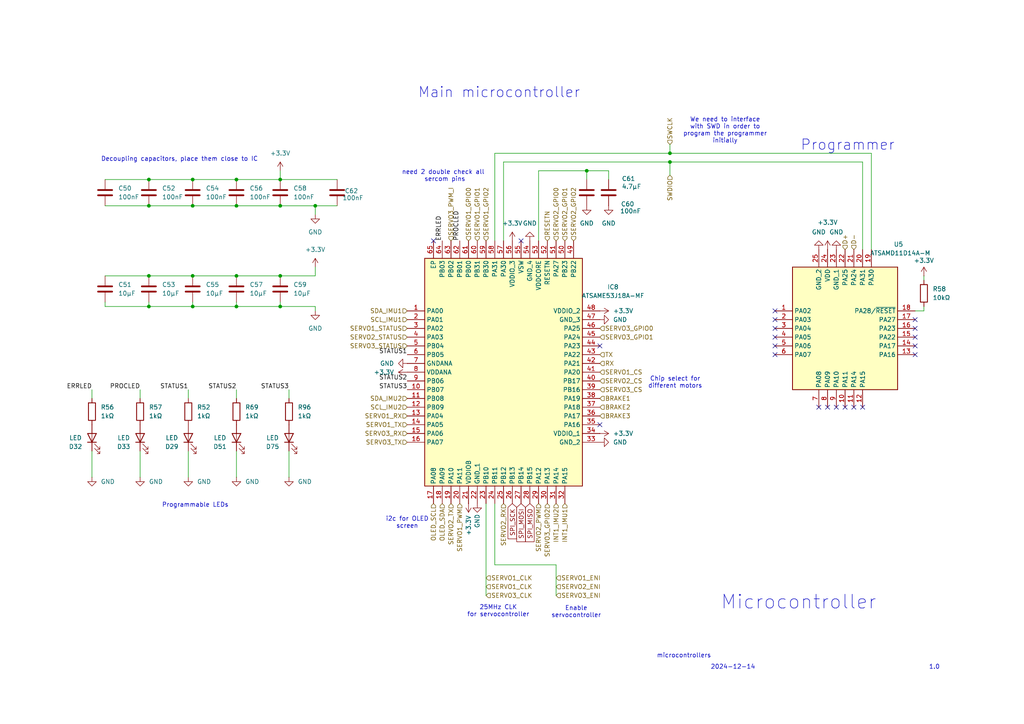
<source format=kicad_sch>
(kicad_sch (version 20231120) (generator "eeschema") (generator_version "8.0")
  (paper "A4")
  (lib_symbols
    (symbol "ATSAMD11D14A-MNT:ATSAMD11D14A-MNT"
      (property "Reference" "IC" (at 36.83 17.78 0))
      (property "Value" "ATSAMD11D14A-MNT" (at 36.83 15.24 0))
      (symbol "ATSAMD11D14A-MNT_1_1"
        (rectangle (start 5.08 12.7) (end 35.56 -22.86) (stroke (width 0.254)) (fill (type background)))
        (pin bidirectional line (at 0 0 0) (length 5.08) (name "PA02") (number "1"))
        (pin bidirectional line (at 20.32 -27.94 90) (length 5.08) (name "PA11") (number "10"))
        (pin bidirectional line (at 22.86 -27.94 90) (length 5.08) (name "PA14") (number "11"))
        (pin bidirectional line (at 25.4 -27.94 90) (length 5.08) (name "PA15") (number "12"))
        (pin bidirectional line (at 40.64 -12.7 180) (length 5.08) (name "PA16") (number "13"))
        (pin bidirectional line (at 40.64 -10.16 180) (length 5.08) (name "PA17") (number "14"))
        (pin bidirectional line (at 40.64 -7.62 180) (length 5.08) (name "PA22") (number "15"))
        (pin bidirectional line (at 40.64 -5.08 180) (length 5.08) (name "PA23") (number "16"))
        (pin bidirectional line (at 40.64 -2.54 180) (length 5.08) (name "PA27") (number "17"))
        (pin bidirectional line (at 40.64 0 180) (length 5.08) (name "PA28/~{RESET}") (number "18"))
        (pin bidirectional line (at 27.94 17.78 270) (length 5.08) (name "PA30") (number "19"))
        (pin bidirectional line (at 0 -2.54 0) (length 5.08) (name "PA03") (number "2"))
        (pin bidirectional line (at 25.4 17.78 270) (length 5.08) (name "PA31") (number "20"))
        (pin bidirectional line (at 22.86 17.78 270) (length 5.08) (name "PA24") (number "21"))
        (pin bidirectional line (at 20.32 17.78 270) (length 5.08) (name "PA25") (number "22"))
        (pin power_in line (at 17.78 17.78 270) (length 5.08) (name "GND_1") (number "23"))
        (pin bidirectional line (at 15.24 17.78 270) (length 5.08) (name "VDD") (number "24"))
        (pin power_in line (at 12.7 17.78 270) (length 5.08) (name "GND_2") (number "25"))
        (pin bidirectional line (at 0 -5.08 0) (length 5.08) (name "PA04") (number "3"))
        (pin bidirectional line (at 0 -7.62 0) (length 5.08) (name "PA05") (number "4"))
        (pin bidirectional line (at 0 -10.16 0) (length 5.08) (name "PA06") (number "5"))
        (pin bidirectional line (at 0 -12.7 0) (length 5.08) (name "PA07") (number "6"))
        (pin bidirectional line (at 12.7 -27.94 90) (length 5.08) (name "PA08") (number "7"))
        (pin bidirectional line (at 15.24 -27.94 90) (length 5.08) (name "PA09") (number "8"))
        (pin bidirectional line (at 17.78 -27.94 90) (length 5.08) (name "PA10") (number "9"))
      )
    )
    (symbol "ATSAME53J18A-MF:ATSAME53J18A-MF"
      (property "Reference" "IC" (at 52.07 20.32 0))
      (property "Value" "ATSAME53J18A-MF" (at 52.07 17.78 0))
      (symbol "ATSAME53J18A-MF_1_1"
        (rectangle (start 5.08 15.24) (end 50.8 -50.8) (stroke (width 0.254)) (fill (type background)))
        (pin passive line (at 0 0 0) (length 5.08) (name "PA00") (number "1"))
        (pin passive line (at 0 -22.86 0) (length 5.08) (name "PB07") (number "10"))
        (pin passive line (at 0 -25.4 0) (length 5.08) (name "PB08") (number "11"))
        (pin passive line (at 0 -27.94 0) (length 5.08) (name "PB09") (number "12"))
        (pin passive line (at 0 -30.48 0) (length 5.08) (name "PA04") (number "13"))
        (pin passive line (at 0 -33.02 0) (length 5.08) (name "PA05") (number "14"))
        (pin passive line (at 0 -35.56 0) (length 5.08) (name "PA06") (number "15"))
        (pin passive line (at 0 -38.1 0) (length 5.08) (name "PA07") (number "16"))
        (pin passive line (at 7.62 -55.88 90) (length 5.08) (name "PA08") (number "17"))
        (pin passive line (at 10.16 -55.88 90) (length 5.08) (name "PA09") (number "18"))
        (pin passive line (at 12.7 -55.88 90) (length 5.08) (name "PA10") (number "19"))
        (pin passive line (at 0 -2.54 0) (length 5.08) (name "PA01") (number "2"))
        (pin passive line (at 15.24 -55.88 90) (length 5.08) (name "PA11") (number "20"))
        (pin passive line (at 17.78 -55.88 90) (length 5.08) (name "VDDIOB") (number "21"))
        (pin passive line (at 20.32 -55.88 90) (length 5.08) (name "GND_1") (number "22"))
        (pin passive line (at 22.86 -55.88 90) (length 5.08) (name "PB10") (number "23"))
        (pin passive line (at 25.4 -55.88 90) (length 5.08) (name "PB11") (number "24"))
        (pin passive line (at 27.94 -55.88 90) (length 5.08) (name "PB12") (number "25"))
        (pin passive line (at 30.48 -55.88 90) (length 5.08) (name "PB13") (number "26"))
        (pin passive line (at 33.02 -55.88 90) (length 5.08) (name "PB14") (number "27"))
        (pin passive line (at 35.56 -55.88 90) (length 5.08) (name "PB15") (number "28"))
        (pin passive line (at 38.1 -55.88 90) (length 5.08) (name "PA12") (number "29"))
        (pin passive line (at 0 -5.08 0) (length 5.08) (name "PA02") (number "3"))
        (pin passive line (at 40.64 -55.88 90) (length 5.08) (name "PA13") (number "30"))
        (pin passive line (at 43.18 -55.88 90) (length 5.08) (name "PA14") (number "31"))
        (pin passive line (at 45.72 -55.88 90) (length 5.08) (name "PA15") (number "32"))
        (pin passive line (at 55.88 -38.1 180) (length 5.08) (name "GND_2") (number "33"))
        (pin passive line (at 55.88 -35.56 180) (length 5.08) (name "VDDIO_1") (number "34"))
        (pin passive line (at 55.88 -33.02 180) (length 5.08) (name "PA16") (number "35"))
        (pin passive line (at 55.88 -30.48 180) (length 5.08) (name "PA17") (number "36"))
        (pin passive line (at 55.88 -27.94 180) (length 5.08) (name "PA18") (number "37"))
        (pin passive line (at 55.88 -25.4 180) (length 5.08) (name "PA19") (number "38"))
        (pin passive line (at 55.88 -22.86 180) (length 5.08) (name "PB16") (number "39"))
        (pin passive line (at 0 -7.62 0) (length 5.08) (name "PA03") (number "4"))
        (pin passive line (at 55.88 -20.32 180) (length 5.08) (name "PB17") (number "40"))
        (pin passive line (at 55.88 -17.78 180) (length 5.08) (name "PA20") (number "41"))
        (pin passive line (at 55.88 -15.24 180) (length 5.08) (name "PA21") (number "42"))
        (pin passive line (at 55.88 -12.7 180) (length 5.08) (name "PA22") (number "43"))
        (pin passive line (at 55.88 -10.16 180) (length 5.08) (name "PA23") (number "44"))
        (pin passive line (at 55.88 -7.62 180) (length 5.08) (name "PA24") (number "45"))
        (pin passive line (at 55.88 -5.08 180) (length 5.08) (name "PA25") (number "46"))
        (pin passive line (at 55.88 -2.54 180) (length 5.08) (name "GND_3") (number "47"))
        (pin passive line (at 55.88 0 180) (length 5.08) (name "VDDIO_2") (number "48"))
        (pin passive line (at 48.26 20.32 270) (length 5.08) (name "PB22") (number "49"))
        (pin passive line (at 0 -10.16 0) (length 5.08) (name "PB04") (number "5"))
        (pin passive line (at 45.72 20.32 270) (length 5.08) (name "PB23") (number "50"))
        (pin passive line (at 43.18 20.32 270) (length 5.08) (name "PA27") (number "51"))
        (pin passive line (at 40.64 20.32 270) (length 5.08) (name "RESETN") (number "52"))
        (pin passive line (at 38.1 20.32 270) (length 5.08) (name "VDDCORE") (number "53"))
        (pin passive line (at 35.56 20.32 270) (length 5.08) (name "GND_4") (number "54"))
        (pin passive line (at 33.02 20.32 270) (length 5.08) (name "VSW") (number "55"))
        (pin passive line (at 30.48 20.32 270) (length 5.08) (name "VDDIO_3") (number "56"))
        (pin passive line (at 27.94 20.32 270) (length 5.08) (name "PA30") (number "57"))
        (pin passive line (at 25.4 20.32 270) (length 5.08) (name "PA31") (number "58"))
        (pin passive line (at 22.86 20.32 270) (length 5.08) (name "PB30") (number "59"))
        (pin passive line (at 0 -12.7 0) (length 5.08) (name "PB05") (number "6"))
        (pin passive line (at 20.32 20.32 270) (length 5.08) (name "PB31") (number "60"))
        (pin passive line (at 17.78 20.32 270) (length 5.08) (name "PB00") (number "61"))
        (pin passive line (at 15.24 20.32 270) (length 5.08) (name "PB01") (number "62"))
        (pin passive line (at 12.7 20.32 270) (length 5.08) (name "PB02") (number "63"))
        (pin passive line (at 10.16 20.32 270) (length 5.08) (name "PB03") (number "64"))
        (pin passive line (at 7.62 20.32 270) (length 5.08) (name "EP") (number "65"))
        (pin passive line (at 0 -15.24 0) (length 5.08) (name "GNDANA") (number "7"))
        (pin passive line (at 0 -17.78 0) (length 5.08) (name "VDDANA") (number "8"))
        (pin passive line (at 0 -20.32 0) (length 5.08) (name "PB06") (number "9"))
      )
    )
    (symbol "Device:C" (pin_numbers hide) (pin_names (offset 0.254))
      (property "Reference" "C" (at 0.635 2.54 0))
      (property "Value" "C" (at 0.635 -2.54 0))
      (symbol "C_0_1"
        (polyline (pts (xy -2.032 -0.762) (xy 2.032 -0.762)) (stroke (width 0.508)))
        (polyline (pts (xy -2.032 0.762) (xy 2.032 0.762)) (stroke (width 0.508)))
      )
      (symbol "C_1_1"
        (pin passive line (at 0 3.81 270) (length 2.794) (name "~") (number "1"))
        (pin passive line (at 0 -3.81 90) (length 2.794) (name "~") (number "2"))
      )
    )
    (symbol "Device:LED" (pin_numbers hide) (pin_names (offset 1.016) hide)
      (property "Reference" "D" (at 0 2.54 0))
      (property "Value" "LED" (at 0 -2.54 0))
      (symbol "LED_0_1"
        (polyline (pts (xy -1.27 -1.27) (xy -1.27 1.27)) (stroke (width 0.254)))
        (polyline (pts (xy -1.27 0) (xy 1.27 0)))
        (polyline (pts (xy 1.27 -1.27) (xy 1.27 1.27) (xy -1.27 0) (xy 1.27 -1.27)) (stroke (width 0.254)))
        (polyline (pts (xy -3.048 -0.762) (xy -4.572 -2.286) (xy -3.81 -2.286) (xy -4.572 -2.286) (xy -4.572 -1.524)))
        (polyline (pts (xy -1.778 -0.762) (xy -3.302 -2.286) (xy -2.54 -2.286) (xy -3.302 -2.286) (xy -3.302 -1.524)))
      )
      (symbol "LED_1_1"
        (pin passive line (at -3.81 0 0) (length 2.54) (name "K") (number "1"))
        (pin passive line (at 3.81 0 180) (length 2.54) (name "A") (number "2"))
      )
    )
    (symbol "Device:R" (pin_numbers hide) (pin_names (offset 0))
      (property "Reference" "R" (at 2.032 0 90))
      (property "Value" "R" (at 0 0 90))
      (symbol "R_0_1"
        (rectangle (start -1.016 -2.54) (end 1.016 2.54) (stroke (width 0.254)))
      )
      (symbol "R_1_1"
        (pin passive line (at 0 3.81 270) (length 1.27) (name "~") (number "1"))
        (pin passive line (at 0 -3.81 90) (length 1.27) (name "~") (number "2"))
      )
    )
    (symbol "power:+3.3V" (power) (pin_numbers hide) (pin_names (offset 0) hide)
      (property "Value" "+3.3V" (at 0 3.556 0))
      (symbol "+3.3V_0_1"
        (polyline (pts (xy -0.762 1.27) (xy 0 2.54)))
        (polyline (pts (xy 0 0) (xy 0 2.54)))
        (polyline (pts (xy 0 2.54) (xy 0.762 1.27)))
      )
      (symbol "+3.3V_1_1"
        (pin power_in line (at 0 0 90) (length 0) (name "~") (number "1"))
      )
    )
    (symbol "power:GND" (power) (pin_numbers hide) (pin_names (offset 0) hide)
      (property "Value" "GND" (at 0 -3.81 0))
      (symbol "GND_0_1"
        (polyline (pts (xy 0 0) (xy 0 -1.27) (xy 1.27 -1.27) (xy 0 -2.54) (xy -1.27 -1.27) (xy 0 -1.27)))
      )
      (symbol "GND_1_1"
        (pin power_in line (at 0 0 270) (length 0) (name "~") (number "1"))
      )
    )
  )
  (junction (at 68.58 80.01))
  (junction (at 170.18 49.53))
  (junction (at 194.31 44.45))
  (junction (at 68.58 52.07))
  (junction (at 81.28 80.01))
  (junction (at 43.18 80.01))
  (junction (at 68.58 88.9))
  (junction (at 55.88 59.69))
  (junction (at 55.88 52.07))
  (junction (at 43.18 59.69))
  (junction (at 194.31 46.99))
  (junction (at 43.18 88.9))
  (junction (at 81.28 52.07))
  (junction (at 68.58 59.69))
  (junction (at 91.44 59.69))
  (junction (at 43.18 52.07))
  (junction (at 81.28 59.69))
  (junction (at 55.88 88.9))
  (junction (at 81.28 88.9))
  (junction (at 55.88 80.01))
  (no_connect (at 247.65 118.11))
  (no_connect (at 173.99 100.33))
  (no_connect (at 125.73 69.85))
  (no_connect (at 245.11 118.11))
  (no_connect (at 265.43 102.87))
  (no_connect (at 224.79 97.79))
  (no_connect (at 151.13 69.85))
  (no_connect (at 224.79 95.25))
  (no_connect (at 224.79 102.87))
  (no_connect (at 265.43 100.33))
  (no_connect (at 265.43 95.25))
  (no_connect (at 240.03 118.11))
  (no_connect (at 265.43 92.71))
  (no_connect (at 265.43 97.79))
  (no_connect (at 224.79 100.33))
  (no_connect (at 224.79 92.71))
  (no_connect (at 173.99 123.19))
  (no_connect (at 237.49 118.11))
  (no_connect (at 242.57 118.11))
  (no_connect (at 250.19 118.11))
  (no_connect (at 224.79 90.17))
  (wire (pts (xy 26.67 113.03) (xy 26.67 115.57)))
  (wire (pts (xy 265.43 90.17) (xy 267.97 90.17)))
  (wire (pts (xy 40.64 113.03) (xy 40.64 115.57)))
  (wire (pts (xy 30.48 87.63) (xy 30.48 88.9)))
  (wire (pts (xy 170.18 52.07) (xy 170.18 49.53)))
  (wire (pts (xy 91.44 59.69) (xy 97.79 59.69)))
  (wire (pts (xy 55.88 87.63) (xy 55.88 88.9)))
  (wire (pts (xy 176.53 49.53) (xy 176.53 52.07)))
  (wire (pts (xy 267.97 80.01) (xy 267.97 81.28)))
  (wire (pts (xy 91.44 80.01) (xy 91.44 77.47)))
  (wire (pts (xy 143.51 163.83) (xy 161.29 163.83)))
  (wire (pts (xy 55.88 80.01) (xy 68.58 80.01)))
  (wire (pts (xy 68.58 87.63) (xy 68.58 88.9)))
  (wire (pts (xy 43.18 52.07) (xy 55.88 52.07)))
  (wire (pts (xy 55.88 88.9) (xy 68.58 88.9)))
  (wire (pts (xy 54.61 113.03) (xy 54.61 115.57)))
  (wire (pts (xy 68.58 80.01) (xy 81.28 80.01)))
  (wire (pts (xy 156.21 69.85) (xy 156.21 49.53)))
  (wire (pts (xy 30.48 59.69) (xy 43.18 59.69)))
  (wire (pts (xy 68.58 52.07) (xy 81.28 52.07)))
  (wire (pts (xy 81.28 88.9) (xy 81.28 87.63)))
  (wire (pts (xy 68.58 59.69) (xy 81.28 59.69)))
  (wire (pts (xy 55.88 59.69) (xy 68.58 59.69)))
  (wire (pts (xy 91.44 62.23) (xy 91.44 59.69)))
  (wire (pts (xy 143.51 69.85) (xy 143.51 44.45)))
  (wire (pts (xy 194.31 46.99) (xy 194.31 50.8)))
  (wire (pts (xy 143.51 146.05) (xy 143.51 163.83)))
  (wire (pts (xy 91.44 88.9) (xy 81.28 88.9)))
  (wire (pts (xy 194.31 44.45) (xy 252.73 44.45)))
  (wire (pts (xy 91.44 90.17) (xy 91.44 88.9)))
  (wire (pts (xy 83.82 113.03) (xy 83.82 115.57)))
  (wire (pts (xy 81.28 49.53) (xy 81.28 52.07)))
  (wire (pts (xy 170.18 49.53) (xy 176.53 49.53)))
  (wire (pts (xy 81.28 52.07) (xy 97.79 52.07)))
  (wire (pts (xy 81.28 80.01) (xy 91.44 80.01)))
  (wire (pts (xy 43.18 87.63) (xy 43.18 88.9)))
  (wire (pts (xy 54.61 138.43) (xy 54.61 130.81)))
  (wire (pts (xy 267.97 90.17) (xy 267.97 88.9)))
  (wire (pts (xy 156.21 49.53) (xy 170.18 49.53)))
  (wire (pts (xy 55.88 52.07) (xy 68.58 52.07)))
  (wire (pts (xy 146.05 46.99) (xy 146.05 69.85)))
  (wire (pts (xy 250.19 72.39) (xy 250.19 46.99)))
  (wire (pts (xy 43.18 80.01) (xy 55.88 80.01)))
  (wire (pts (xy 68.58 138.43) (xy 68.58 130.81)))
  (wire (pts (xy 91.44 59.69) (xy 81.28 59.69)))
  (wire (pts (xy 161.29 163.83) (xy 161.29 172.72)))
  (wire (pts (xy 68.58 113.03) (xy 68.58 115.57)))
  (wire (pts (xy 30.48 88.9) (xy 43.18 88.9)))
  (wire (pts (xy 43.18 59.69) (xy 55.88 59.69)))
  (wire (pts (xy 26.67 138.43) (xy 26.67 130.81)))
  (wire (pts (xy 194.31 41.91) (xy 194.31 44.45)))
  (wire (pts (xy 68.58 88.9) (xy 81.28 88.9)))
  (wire (pts (xy 143.51 44.45) (xy 194.31 44.45)))
  (wire (pts (xy 194.31 46.99) (xy 250.19 46.99)))
  (wire (pts (xy 40.64 138.43) (xy 40.64 130.81)))
  (wire (pts (xy 30.48 80.01) (xy 43.18 80.01)))
  (wire (pts (xy 140.97 146.05) (xy 140.97 172.72)))
  (wire (pts (xy 43.18 88.9) (xy 55.88 88.9)))
  (wire (pts (xy 83.82 138.43) (xy 83.82 130.81)))
  (wire (pts (xy 146.05 46.99) (xy 194.31 46.99)))
  (wire (pts (xy 30.48 52.07) (xy 43.18 52.07)))
  (wire (pts (xy 252.73 72.39) (xy 252.73 44.45)))
  (text "Main microcontroller" (at 144.78 26.924 0) (effects (font (size 3 3))))
  (text "1.0" (at 271.018 193.548 0) (effects (font (size 1.27 1.27))))
  (text "Chip select for\ndifferent motors\n" (at 195.834 110.998 0) (effects (font (size 1.27 1.27))))
  (text "microcontrollers\n" (at 198.374 190.246 0) (effects (font (size 1.27 1.27))))
  (text "Programmable LEDs" (at 56.642 146.558 0) (effects (font (size 1.27 1.27))))
  (text "Microcontroller" (at 231.648 174.752 0) (effects (font (size 4 4))))
  (text "i2c for OLED\nscreen" (at 118.11 151.638 0) (effects (font (size 1.27 1.27))))
  (text "need 2 double check all \nsercom pins" (at 129.032 51.054 0) (effects (font (size 1.27 1.27))))
  (text "We need to interface\nwith SWD in order to\nprogram the programmer\ninitially" (at 210.312 37.846 0) (effects (font (size 1.27 1.27))))
  (text "2024-12-14" (at 212.598 193.548 0) (effects (font (size 1.27 1.27))))
  (text "Enable\nservocontroller" (at 167.132 177.546 0) (effects (font (size 1.27 1.27))))
  (text "25MHz CLK\nfor servocontroller" (at 144.526 177.292 0) (effects (font (size 1.27 1.27))))
  (text "Programmer" (at 245.872 42.164 0) (effects (font (size 3 3))))
  (text "Decoupling capacitors, place them close to IC" (at 52.07 46.228 0) (effects (font (size 1.27 1.27))))
  (label "STATUS3" (at 118.11 113.03 180))
  (label "STATUS2" (at 118.11 110.49 180))
  (label "PROCLED" (at 133.35 69.85 90))
  (label "PROCLED" (at 40.64 113.03 180))
  (label "STATUS2" (at 68.58 113.03 180))
  (label "ERRLED" (at 26.67 113.03 180))
  (label "ERRLED" (at 128.27 69.85 90))
  (label "STATUS1" (at 118.11 102.87 180))
  (label "STATUS3" (at 83.82 113.03 180))
  (label "STATUS1" (at 54.61 113.03 180))
  (global_label "SPI_MISO" (shape input) (at 153.67 146.05 270) (property "Intersheetrefs" "${INTERSHEET_REFS}" (effects (hide yes))))
  (global_label "SPI_SCK" (shape input) (at 148.59 146.05 270) (property "Intersheetrefs" "${INTERSHEET_REFS}" (effects (hide yes))))
  (global_label "SPI_MOSI" (shape input) (at 151.13 146.05 270) (property "Intersheetrefs" "${INTERSHEET_REFS}" (effects (hide yes))))
  (hierarchical_label "SERVO3_GPIO2" (shape input) (at 158.75 146.05 270))
  (hierarchical_label "SERVO2_GPIO2" (shape input) (at 166.37 69.85 90))
  (hierarchical_label "SERVO1_GPIO2" (shape input) (at 140.97 69.85 90))
  (hierarchical_label "SERVO3_RX" (shape input) (at 118.11 125.73 180))
  (hierarchical_label "SERVO3_CS" (shape input) (at 173.99 113.03 0))
  (hierarchical_label "SDA_IMU1" (shape input) (at 118.11 90.17 180))
  (hierarchical_label "SERVO2_CS" (shape input) (at 173.99 110.49 0))
  (hierarchical_label "SERVO2_RX" (shape input) (at 146.05 146.05 270))
  (hierarchical_label "SERVO1_CLK" (shape input) (at 140.97 170.18 0))
  (hierarchical_label "SERVO1_STATUS" (shape input) (at 118.11 95.25 180))
  (hierarchical_label "D+" (shape input) (at 245.11 72.39 90))
  (hierarchical_label "BRAKE2" (shape input) (at 173.99 118.11 0))
  (hierarchical_label "RESETN" (shape input) (at 158.75 69.85 90))
  (hierarchical_label "SERVO1_CLK" (shape input) (at 140.97 167.64 0))
  (hierarchical_label "SERVO1_GPIO1" (shape input) (at 138.43 69.85 90))
  (hierarchical_label "RX" (shape input) (at 173.99 105.41 0))
  (hierarchical_label "TX" (shape input) (at 173.99 102.87 0))
  (hierarchical_label "SERVO2_GPIO1" (shape input) (at 163.83 69.85 90))
  (hierarchical_label "BRAKE3" (shape input) (at 173.99 120.65 0))
  (hierarchical_label "SDA_IMU2" (shape input) (at 118.11 115.57 180))
  (hierarchical_label "SERVO1_TX" (shape input) (at 118.11 123.19 180))
  (hierarchical_label "SERVO3_CLK" (shape input) (at 140.97 172.72 0))
  (hierarchical_label "SERVO2_TX" (shape input) (at 130.81 146.05 270))
  (hierarchical_label "SERVO3_TX" (shape input) (at 118.11 128.27 180))
  (hierarchical_label "SERVO1_RX" (shape input) (at 118.11 120.65 180))
  (hierarchical_label "SERVO3_GPIO1" (shape input) (at 173.99 97.79 0))
  (hierarchical_label "SWDIO" (shape input) (at 194.31 50.8 270))
  (hierarchical_label "SERVO3_ENI" (shape input) (at 161.29 172.72 0))
  (hierarchical_label "SCL_IMU2" (shape input) (at 118.11 118.11 180))
  (hierarchical_label "SERVO2_STATUS" (shape input) (at 118.11 97.79 180))
  (hierarchical_label "BRAKE1" (shape input) (at 173.99 115.57 0))
  (hierarchical_label "SERVO2_ENI" (shape input) (at 161.29 170.18 0))
  (hierarchical_label "SCL_IMU1" (shape input) (at 118.11 92.71 180))
  (hierarchical_label "SWCLK" (shape input) (at 194.31 41.91 90))
  (hierarchical_label "SERVO1_ENI" (shape input) (at 161.29 167.64 0))
  (hierarchical_label "SERVO2_PWM" (shape input) (at 156.21 146.05 270))
  (hierarchical_label "SERVO2_GPIO0" (shape input) (at 161.29 69.85 90))
  (hierarchical_label "SERVO3_STATUS" (shape input) (at 118.11 100.33 180))
  (hierarchical_label "SERVO1_GPIO0" (shape input) (at 135.89 69.85 90))
  (hierarchical_label "D-" (shape input) (at 247.65 72.39 90))
  (hierarchical_label "INT1_IMU2" (shape input) (at 161.29 146.05 270))
  (hierarchical_label "OLED_SCL" (shape input) (at 125.73 146.05 270))
  (hierarchical_label "SERVO1_CS" (shape input) (at 173.99 107.95 0))
  (hierarchical_label "SERVO3_GPIO0" (shape input) (at 173.99 95.25 0))
  (hierarchical_label "SERVO1_PWM" (shape input) (at 133.35 146.05 270))
  (hierarchical_label "SERVO3_PWM_I" (shape input) (at 130.81 69.85 90))
  (hierarchical_label "OLED_SDA" (shape input) (at 128.27 146.05 270))
  (hierarchical_label "INT1_IMU1" (shape input) (at 163.83 146.05 270))
  (symbol (lib_id "Device:C") (at 30.48 55.88 0) (unit 1)
    (property "Reference" "C50" (at 34.29 54.6099 0) (effects (justify left)))
    (property "Value" "100nF" (at 34.29 57.1499 0) (effects (justify left)))
    (property "Footprint" "Capacitor_SMD:C_0603_1608Metric" (effects (hide yes)))
    (property "Description" "Unpolarized capacitor" (effects (hide yes)))
  )
  (symbol (lib_id "Device:R") (at 68.58 119.38 180) (unit 1)
    (property "Reference" "R69" (at 71.12 118.1099 0) (effects (justify right)))
    (property "Value" "1kΩ" (at 71.12 120.6499 0) (effects (justify right)))
    (property "Footprint" "Resistor_SMD:R_0603_1608Metric" (effects (hide yes)))
    (property "Description" "Resistor" (effects (hide yes)))
  )
  (symbol (lib_id "power:+3.3V") (at 148.59 69.85 0) (unit 1)
    (property "Reference" "#PWR0156" (effects (hide yes)))
    (property "Value" "+3.3V" (at 148.59 64.77 0))
    (property "Description" "Power symbol creates a global label with name \"+3.3V\"" (effects (hide yes)))
  )
  (symbol (lib_id "power:GND") (at 173.99 92.71 90) (unit 1)
    (property "Reference" "#PWR0160" (effects (hide yes)))
    (property "Value" "GND" (at 177.8 92.7099 90) (effects (justify right)))
    (property "Description" "Power symbol creates a global label with name \"GND\" , ground" (effects (hide yes)))
  )
  (symbol (lib_id "Device:C") (at 43.18 55.88 0) (unit 1)
    (property "Reference" "C52" (at 46.99 54.6099 0) (effects (justify left)))
    (property "Value" "100nF" (at 46.99 57.1499 0) (effects (justify left)))
    (property "Footprint" "Capacitor_SMD:C_0603_1608Metric" (effects (hide yes)))
    (property "Description" "Unpolarized capacitor" (effects (hide yes)))
  )
  (symbol (lib_id "power:GND") (at 91.44 62.23 0) (unit 1)
    (property "Reference" "#PWR0149" (effects (hide yes)))
    (property "Value" "GND" (at 91.44 67.31 0))
    (property "Description" "Power symbol creates a global label with name \"GND\" , ground" (effects (hide yes)))
  )
  (symbol (lib_id "Device:C") (at 68.58 83.82 0) (unit 1)
    (property "Reference" "C57" (at 72.39 82.5499 0) (effects (justify left)))
    (property "Value" "10µF" (at 72.39 85.0899 0) (effects (justify left)))
    (property "Footprint" "Capacitor_SMD:C_0603_1608Metric" (effects (hide yes)))
    (property "Description" "Unpolarized capacitor" (effects (hide yes)))
  )
  (symbol (lib_id "power:GND") (at 170.18 59.69 0) (unit 1)
    (property "Reference" "#PWR0158" (effects (hide yes)))
    (property "Value" "GND" (at 170.18 64.77 0))
    (property "Description" "Power symbol creates a global label with name \"GND\" , ground" (effects (hide yes)))
  )
  (symbol (lib_id "Device:C") (at 43.18 83.82 0) (unit 1)
    (property "Reference" "C53" (at 46.99 82.5499 0) (effects (justify left)))
    (property "Value" "10µF" (at 46.99 85.0899 0) (effects (justify left)))
    (property "Footprint" "Capacitor_SMD:C_0603_1608Metric" (effects (hide yes)))
    (property "Description" "Unpolarized capacitor" (effects (hide yes)))
  )
  (symbol (lib_id "Device:C") (at 170.18 55.88 0) (unit 1)
    (property "Reference" "C60" (at 180.086 59.182 0) (effects (justify left)))
    (property "Value" "100nF" (at 179.832 61.214 0) (effects (justify left)))
    (property "Footprint" "Capacitor_SMD:C_0603_1608Metric" (effects (hide yes)))
    (property "Description" "Unpolarized capacitor" (effects (hide yes)))
  )
  (symbol (lib_id "Device:LED") (at 68.58 127 90) (unit 1)
    (property "Reference" "D51" (at 63.8175 129.54 90))
    (property "Value" "LED" (at 63.8175 127 90))
    (property "Footprint" "Diode_SMD:D_0603_1608Metric" (effects (hide yes)))
    (property "Description" "Light emitting diode" (effects (hide yes)))
  )
  (symbol (lib_id "Device:LED") (at 54.61 127 90) (unit 1)
    (property "Reference" "D29" (at 49.8475 129.54 90))
    (property "Value" "LED" (at 49.8475 127 90))
    (property "Footprint" "Diode_SMD:D_0603_1608Metric" (effects (hide yes)))
    (property "Description" "Light emitting diode" (effects (hide yes)))
  )
  (symbol (lib_id "Device:C") (at 55.88 55.88 0) (unit 1)
    (property "Reference" "C54" (at 59.69 54.6099 0) (effects (justify left)))
    (property "Value" "100nF" (at 59.69 57.1499 0) (effects (justify left)))
    (property "Footprint" "Capacitor_SMD:C_0603_1608Metric" (effects (hide yes)))
    (property "Description" "Unpolarized capacitor" (effects (hide yes)))
  )
  (symbol (lib_id "Device:C") (at 176.53 55.88 0) (unit 1)
    (property "Reference" "C61" (at 180.34 51.816 0) (effects (justify left)))
    (property "Value" "4.7µF" (at 180.34 54.102 0) (effects (justify left)))
    (property "Footprint" "Capacitor_SMD:C_0603_1608Metric" (effects (hide yes)))
    (property "Description" "Unpolarized capacitor" (effects (hide yes)))
  )
  (symbol (lib_id "Device:C") (at 81.28 55.88 0) (unit 1)
    (property "Reference" "C58" (at 85.09 54.6099 0) (effects (justify left)))
    (property "Value" "100nF" (at 85.09 57.1499 0) (effects (justify left)))
    (property "Footprint" "Capacitor_SMD:C_0603_1608Metric" (effects (hide yes)))
    (property "Description" "Unpolarized capacitor" (effects (hide yes)))
  )
  (symbol (lib_id "power:+3.3V") (at 173.99 90.17 270) (unit 1)
    (property "Reference" "#PWR0159" (effects (hide yes)))
    (property "Value" "+3.3V" (at 177.8 90.1699 90) (effects (justify left)))
    (property "Description" "Power symbol creates a global label with name \"+3.3V\"" (effects (hide yes)))
  )
  (symbol (lib_id "Device:C") (at 68.58 55.88 0) (unit 1)
    (property "Reference" "C56" (at 72.39 54.6099 0) (effects (justify left)))
    (property "Value" "100nF" (at 72.39 57.1499 0) (effects (justify left)))
    (property "Footprint" "Capacitor_SMD:C_0603_1608Metric" (effects (hide yes)))
    (property "Description" "Unpolarized capacitor" (effects (hide yes)))
  )
  (symbol (lib_id "Device:LED") (at 26.67 127 90) (unit 1)
    (property "Reference" "D32" (at 21.9075 129.54 90))
    (property "Value" "LED" (at 21.9075 127 90))
    (property "Footprint" "Diode_SMD:D_0603_1608Metric" (effects (hide yes)))
    (property "Description" "Light emitting diode" (effects (hide yes)))
  )
  (symbol (lib_id "Device:C") (at 97.79 55.88 0) (mirror y) (unit 1)
    (property "Reference" "C62" (at 103.886 55.372 0) (effects (justify left)))
    (property "Value" "100nF" (at 105.41 57.404 0) (effects (justify left)))
    (property "Footprint" "Capacitor_SMD:C_0603_1608Metric" (effects (hide yes)))
    (property "Description" "Unpolarized capacitor" (effects (hide yes)))
  )
  (symbol (lib_id "Device:R") (at 54.61 119.38 180) (unit 1)
    (property "Reference" "R52" (at 57.15 118.1099 0) (effects (justify right)))
    (property "Value" "1kΩ" (at 57.15 120.6499 0) (effects (justify right)))
    (property "Footprint" "Resistor_SMD:R_0603_1608Metric" (effects (hide yes)))
    (property "Description" "Resistor" (effects (hide yes)))
  )
  (symbol (lib_id "Device:R") (at 83.82 119.38 180) (unit 1)
    (property "Reference" "R96" (at 86.36 118.1099 0) (effects (justify right)))
    (property "Value" "1kΩ" (at 86.36 120.6499 0) (effects (justify right)))
    (property "Footprint" "Resistor_SMD:R_0603_1608Metric" (effects (hide yes)))
    (property "Description" "Resistor" (effects (hide yes)))
  )
  (symbol (lib_id "power:GND") (at 91.44 90.17 0) (unit 1)
    (property "Reference" "#PWR0151" (effects (hide yes)))
    (property "Value" "GND" (at 91.44 95.25 0))
    (property "Description" "Power symbol creates a global label with name \"GND\" , ground" (effects (hide yes)))
  )
  (symbol (lib_id "Device:C") (at 30.48 83.82 0) (unit 1)
    (property "Reference" "C51" (at 34.29 82.5499 0) (effects (justify left)))
    (property "Value" "10µF" (at 34.29 85.0899 0) (effects (justify left)))
    (property "Footprint" "Capacitor_SMD:C_0603_1608Metric" (effects (hide yes)))
    (property "Description" "Unpolarized capacitor" (effects (hide yes)))
  )
  (symbol (lib_id "power:GND") (at 26.67 138.43 0) (unit 1)
    (property "Reference" "#PWR0134" (effects (hide yes)))
    (property "Value" "GND" (at 29.21 139.6999 0) (effects (justify left)))
    (property "Description" "Power symbol creates a global label with name \"GND\" , ground" (effects (hide yes)))
  )
  (symbol (lib_id "power:+3.3V") (at 81.28 49.53 0) (unit 1)
    (property "Reference" "#PWR0148" (effects (hide yes)))
    (property "Value" "+3.3V" (at 81.28 44.45 0))
    (property "Description" "Power symbol creates a global label with name \"+3.3V\"" (effects (hide yes)))
  )
  (symbol (lib_id "Device:C") (at 55.88 83.82 0) (unit 1)
    (property "Reference" "C55" (at 59.69 82.5499 0) (effects (justify left)))
    (property "Value" "10µF" (at 59.69 85.0899 0) (effects (justify left)))
    (property "Footprint" "Capacitor_SMD:C_0603_1608Metric" (effects (hide yes)))
    (property "Description" "Unpolarized capacitor" (effects (hide yes)))
  )
  (symbol (lib_id "power:GND") (at 68.58 138.43 0) (unit 1)
    (property "Reference" "#PWR0206" (effects (hide yes)))
    (property "Value" "GND" (at 71.12 139.6999 0) (effects (justify left)))
    (property "Description" "Power symbol creates a global label with name \"GND\" , ground" (effects (hide yes)))
  )
  (symbol (lib_id "ATSAMD11D14A-MNT:ATSAMD11D14A-MNT") (at 224.79 90.17 0) (unit 1)
    (property "Reference" "U5" (at 260.604 70.866 0))
    (property "Value" "ATSAMD11D14A-M" (at 261.112 73.406 0))
    (property "Footprint" "kuben-footprints:QFN50P400X400X90-25N-D" (effects (hide yes)))
    (property "Datasheet" "http://ww1.microchip.com/downloads/en/devicedoc/atmel-42363-sam-d11_datasheet.pdf" (effects (hide yes)))
    (property "Description" "ARM Microcontrollers - MCU Cortex-M0+, 16KB FLASH,4KB SRAM, USB - 24 QFN,105C, GREEN,1.6-3.6V,48MHz,USB" (effects (hide yes)))
    (property "Height" "0.9" (effects (hide yes)))
    (property "Mouser Part Number" "556-ATSAMD11D14A-MNT" (effects (hide yes)))
    (property "Mouser Price/Stock" "https://www.mouser.co.uk/ProductDetail/Microchip-Technology/ATSAMD11D14A-MNT?qs=TUMPge1mmM4EmPH0BaBkuQ%3D%3D" (effects (hide yes)))
    (property "Manufacturer_Name" "Microchip" (effects (hide yes)))
    (property "Manufacturer_Part_Number" "ATSAMD11D14A-MNT" (effects (hide yes)))
  )
  (symbol (lib_id "power:GND") (at 237.49 72.39 180) (unit 1)
    (property "Reference" "#PWR0164" (effects (hide yes)))
    (property "Value" "GND" (at 237.49 67.31 0))
    (property "Description" "Power symbol creates a global label with name \"GND\" , ground" (effects (hide yes)))
  )
  (symbol (lib_id "Device:R") (at 26.67 119.38 180) (unit 1)
    (property "Reference" "R56" (at 29.21 118.1099 0) (effects (justify right)))
    (property "Value" "1kΩ" (at 29.21 120.6499 0) (effects (justify right)))
    (property "Footprint" "Resistor_SMD:R_0603_1608Metric" (effects (hide yes)))
    (property "Description" "Resistor" (effects (hide yes)))
  )
  (symbol (lib_id "Device:R") (at 40.64 119.38 180) (unit 1)
    (property "Reference" "R57" (at 43.18 118.1099 0) (effects (justify right)))
    (property "Value" "1kΩ" (at 43.18 120.6499 0) (effects (justify right)))
    (property "Footprint" "Resistor_SMD:R_0603_1608Metric" (effects (hide yes)))
    (property "Description" "Resistor" (effects (hide yes)))
  )
  (symbol (lib_id "power:+3.3V") (at 91.44 77.47 0) (unit 1)
    (property "Reference" "#PWR0150" (effects (hide yes)))
    (property "Value" "+3.3V" (at 91.44 72.39 0))
    (property "Description" "Power symbol creates a global label with name \"+3.3V\"" (effects (hide yes)))
  )
  (symbol (lib_id "power:GND") (at 83.82 138.43 0) (unit 1)
    (property "Reference" "#PWR0284" (effects (hide yes)))
    (property "Value" "GND" (at 86.36 139.6999 0) (effects (justify left)))
    (property "Description" "Power symbol creates a global label with name \"GND\" , ground" (effects (hide yes)))
  )
  (symbol (lib_id "power:GND") (at 153.67 69.85 180) (unit 1)
    (property "Reference" "#PWR0157" (effects (hide yes)))
    (property "Value" "GND" (at 153.67 64.77 0))
    (property "Description" "Power symbol creates a global label with name \"GND\" , ground" (effects (hide yes)))
  )
  (symbol (lib_id "ATSAME53J18A-MF:ATSAME53J18A-MF") (at 118.11 90.17 0) (unit 1)
    (property "Reference" "IC8" (at 177.8 83.2355 0))
    (property "Value" "ATSAME53J18A-MF" (at 177.8 85.7755 0))
    (property "Footprint" "kuben-footprints:QFN50P900X900X100-65N-D" (effects (hide yes)))
    (property "Datasheet" "http://www.microchip.com/mymicrochip/filehandler.aspx?ddocname=en599585" (effects (hide yes)))
    (property "Description" "ARM Microcontrollers - MCU 120MHZ 256KB Flash 64 QFN PKG inTray 125CTemp" (effects (hide yes)))
    (property "Description_1" "ARM Microcontrollers - MCU 120MHZ 256KB Flash 64 QFN PKG inTray 125CTemp" (effects (hide yes)))
    (property "Height" "1" (effects (hide yes)))
    (property "Manufacturer_Name" "Microchip" (effects (hide yes)))
    (property "Manufacturer_Part_Number" "ATSAME53J18A-MF" (effects (hide yes)))
    (property "Mouser Part Number" "556-ATSAME53J18A-MF" (effects (hide yes)))
    (property "Mouser Price/Stock" "https://www.mouser.co.uk/ProductDetail/Microchip-Technology/ATSAME53J18A-MF?qs=y6ZabgHbY%252Bx%252BZfU%252BT4hn9g%3D%3D" (effects (hide yes)))
  )
  (symbol (lib_id "power:GND") (at 138.43 146.05 0) (unit 1)
    (property "Reference" "#PWR0155" (effects (hide yes)))
    (property "Value" "GND" (at 138.43 151.13 90))
    (property "Description" "Power symbol creates a global label with name \"GND\" , ground" (effects (hide yes)))
  )
  (symbol (lib_id "Device:C") (at 81.28 83.82 0) (unit 1)
    (property "Reference" "C59" (at 85.09 82.5499 0) (effects (justify left)))
    (property "Value" "10µF" (at 85.09 85.0899 0) (effects (justify left)))
    (property "Footprint" "Capacitor_SMD:C_0603_1608Metric" (effects (hide yes)))
    (property "Description" "Unpolarized capacitor" (effects (hide yes)))
  )
  (symbol (lib_id "Device:R") (at 267.97 85.09 180) (unit 1)
    (property "Reference" "R58" (at 270.51 83.8199 0) (effects (justify right)))
    (property "Value" "10kΩ" (at 270.51 86.3599 0) (effects (justify right)))
    (property "Footprint" "Resistor_SMD:R_0603_1608Metric" (effects (hide yes)))
    (property "Description" "Resistor" (effects (hide yes)))
  )
  (symbol (lib_id "power:+3.3V") (at 267.97 80.01 0) (unit 1)
    (property "Reference" "#PWR0167" (effects (hide yes)))
    (property "Value" "+3.3V" (at 267.97 75.565 0))
    (property "Description" "Power symbol creates a global label with name \"+3.3V\"" (effects (hide yes)))
  )
  (symbol (lib_id "power:+3.3V") (at 240.03 72.39 0) (unit 1)
    (property "Reference" "#PWR0111" (effects (hide yes)))
    (property "Value" "+3.3V" (at 240.03 64.516 0))
    (property "Description" "Power symbol creates a global label with name \"+3.3V\"" (effects (hide yes)))
  )
  (symbol (lib_id "Device:LED") (at 40.64 127 90) (unit 1)
    (property "Reference" "D33" (at 35.8775 129.54 90))
    (property "Value" "LED" (at 35.8775 127 90))
    (property "Footprint" "Diode_SMD:D_0603_1608Metric" (effects (hide yes)))
    (property "Description" "Light emitting diode" (effects (hide yes)))
  )
  (symbol (lib_id "power:GND") (at 40.64 138.43 0) (unit 1)
    (property "Reference" "#PWR0143" (effects (hide yes)))
    (property "Value" "GND" (at 43.18 139.6999 0) (effects (justify left)))
    (property "Description" "Power symbol creates a global label with name \"GND\" , ground" (effects (hide yes)))
  )
  (symbol (lib_id "power:+3.3V") (at 118.11 107.95 90) (unit 1)
    (property "Reference" "#PWR0153" (effects (hide yes)))
    (property "Value" "+3.3V" (at 114.3 107.9499 90) (effects (justify left)))
    (property "Description" "Power symbol creates a global label with name \"+3.3V\"" (effects (hide yes)))
  )
  (symbol (lib_id "Device:LED") (at 83.82 127 90) (unit 1)
    (property "Reference" "D75" (at 79.0575 129.54 90))
    (property "Value" "LED" (at 79.0575 127 90))
    (property "Footprint" "Diode_SMD:D_0603_1608Metric" (effects (hide yes)))
    (property "Description" "Light emitting diode" (effects (hide yes)))
  )
  (symbol (lib_id "power:GND") (at 176.53 59.69 0) (unit 1)
    (property "Reference" "#PWR0163" (effects (hide yes)))
    (property "Value" "GND" (at 176.53 64.77 0))
    (property "Description" "Power symbol creates a global label with name \"GND\" , ground" (effects (hide yes)))
  )
  (symbol (lib_id "power:GND") (at 54.61 138.43 0) (unit 1)
    (property "Reference" "#PWR0113" (effects (hide yes)))
    (property "Value" "GND" (at 57.15 139.6999 0) (effects (justify left)))
    (property "Description" "Power symbol creates a global label with name \"GND\" , ground" (effects (hide yes)))
  )
  (symbol (lib_id "power:+3.3V") (at 135.89 146.05 180) (unit 1)
    (property "Reference" "#PWR0154" (effects (hide yes)))
    (property "Value" "+3.3V" (at 135.89 152.4 90))
    (property "Description" "Power symbol creates a global label with name \"+3.3V\"" (effects (hide yes)))
  )
  (symbol (lib_id "power:GND") (at 118.11 105.41 270) (unit 1)
    (property "Reference" "#PWR0152" (effects (hide yes)))
    (property "Value" "GND" (at 114.3 105.4099 90) (effects (justify right)))
    (property "Description" "Power symbol creates a global label with name \"GND\" , ground" (effects (hide yes)))
  )
  (symbol (lib_id "power:GND") (at 242.57 72.39 180) (unit 1)
    (property "Reference" "#PWR0334" (effects (hide yes)))
    (property "Value" "GND" (at 242.57 67.31 0))
    (property "Description" "Power symbol creates a global label with name \"GND\" , ground" (effects (hide yes)))
  )
  (symbol (lib_id "power:GND") (at 173.99 128.27 90) (unit 1)
    (property "Reference" "#PWR0162" (effects (hide yes)))
    (property "Value" "GND" (at 177.8 128.2699 90) (effects (justify right)))
    (property "Description" "Power symbol creates a global label with name \"GND\" , ground" (effects (hide yes)))
  )
  (symbol (lib_id "power:+3.3V") (at 173.99 125.73 270) (unit 1)
    (property "Reference" "#PWR0161" (effects (hide yes)))
    (property "Value" "+3.3V" (at 177.8 125.7299 90) (effects (justify left)))
    (property "Description" "Power symbol creates a global label with name \"+3.3V\"" (effects (hide yes)))
  )
)
</source>
